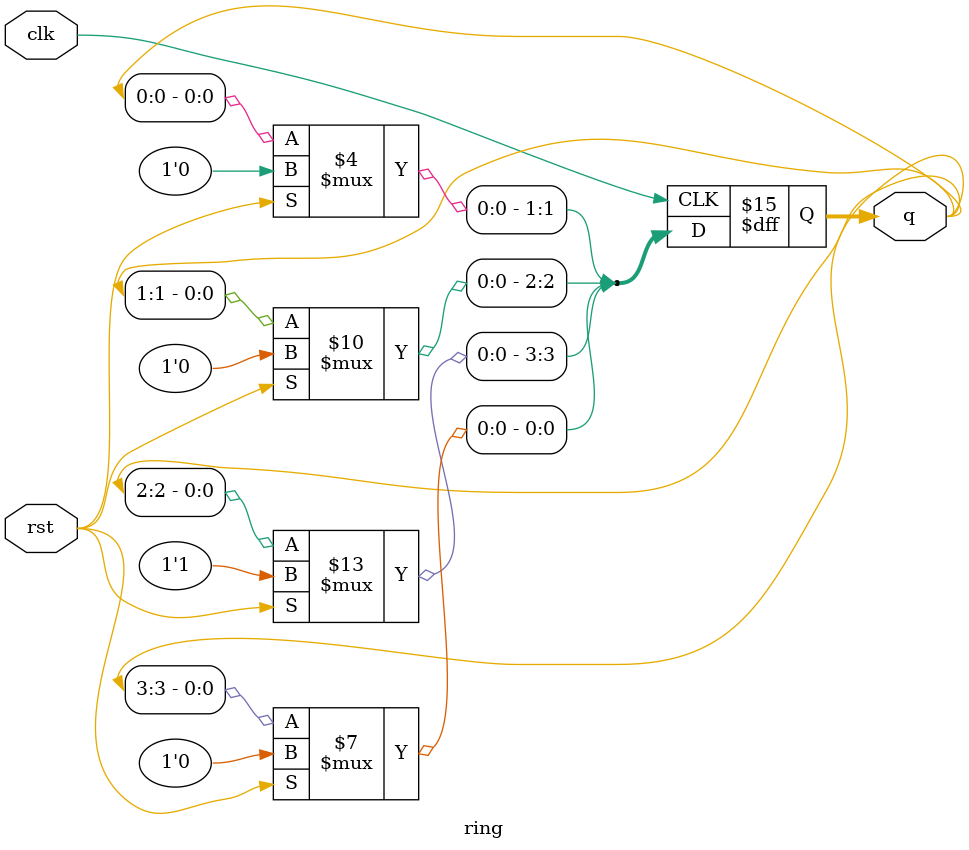
<source format=v>
`timescale 1ns / 1ps


module ring(
    input clk,rst,
    output [3:0]q
    ); 
    reg [3:0] q;
    always @(posedge clk) begin
    if(rst==1)
    q<=4'b1000;
    else begin
    q[3]<=q[2];
    q[2]<=q[1];
    q[1]<=q[0];
    q[0]<=q[3];
    end
    end
endmodule

</source>
